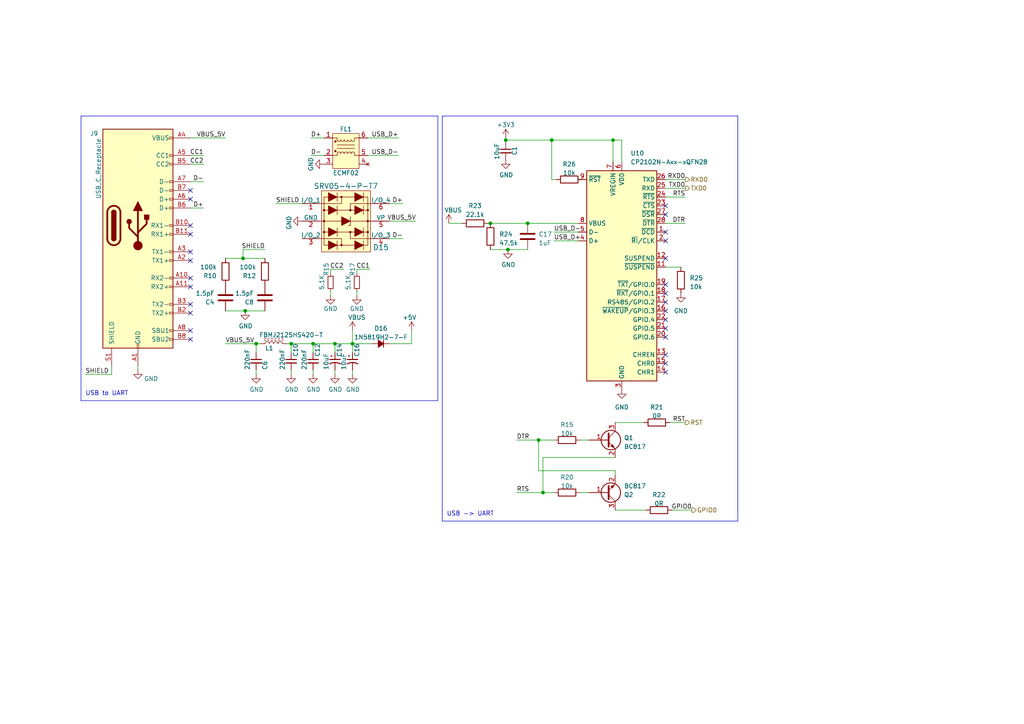
<source format=kicad_sch>
(kicad_sch (version 20230121) (generator eeschema)
  (paper "A4")
  (lib_symbols
    (symbol "Connector:USB_C_Receptacle" (pin_names (offset 1.016))
      (property "Reference" "J" (at -10.16 29.21 0))
      (property "Value" "USB_C_Receptacle" (at 10.16 29.21 0))
      (symbol "USB_C_Receptacle_0_0"
        (rectangle (start -0.254 -35.56) (end 0.254 -34.544))
        (rectangle (start 10.16 -32.766) (end 9.144 -33.274))
        (rectangle (start 10.16 -30.226) (end 9.144 -30.734))
        (rectangle (start 10.16 -25.146) (end 9.144 -25.654))
        (rectangle (start 10.16 -22.606) (end 9.144 -23.114))
        (rectangle (start 10.16 -17.526) (end 9.144 -18.034))
        (rectangle (start 10.16 -14.986) (end 9.144 -15.494))
        (rectangle (start 10.16 -9.906) (end 9.144 -10.414))
        (rectangle (start 10.16 -7.366) (end 9.144 -7.874))
        (rectangle (start 10.16 -2.286) (end 9.144 -2.794))
        (rectangle (start 10.16 0.254) (end 9.144 -0.254))
        (rectangle (start 10.16 5.334) (end 9.144 4.826))
        (rectangle (start 10.16 7.874) (end 9.144 7.366))
        (rectangle (start 10.16 10.414) (end 9.144 9.906))
        (rectangle (start 10.16 12.954) (end 9.144 12.446))
        (rectangle (start 10.16 18.034) (end 9.144 17.526))
        (rectangle (start 10.16 20.574) (end 9.144 20.066))
        (rectangle (start 10.16 25.654) (end 9.144 25.146))
      )
      (symbol "USB_C_Receptacle_0_1"
        (rectangle (start -10.16 27.94) (end 10.16 -35.56) (stroke (width 0.254)) (fill (type background)))
        (arc (start -8.89 -3.81) (mid -6.985 -5.7067) (end -5.08 -3.81) (stroke (width 0.508)))
        (arc (start -7.62 -3.81) (mid -6.985 -4.4423) (end -6.35 -3.81) (stroke (width 0.254)))
        (arc (start -7.62 -3.81) (mid -6.985 -4.4423) (end -6.35 -3.81) (stroke (width 0.254)) (fill (type outline)))
        (rectangle (start -7.62 -3.81) (end -6.35 3.81) (stroke (width 0.254)) (fill (type outline)))
        (arc (start -6.35 3.81) (mid -6.985 4.4423) (end -7.62 3.81) (stroke (width 0.254)))
        (arc (start -6.35 3.81) (mid -6.985 4.4423) (end -7.62 3.81) (stroke (width 0.254)) (fill (type outline)))
        (arc (start -5.08 3.81) (mid -6.985 5.7067) (end -8.89 3.81) (stroke (width 0.508)))
        (polyline (pts (xy -8.89 -3.81) (xy -8.89 3.81)) (stroke (width 0.508)))
        (polyline (pts (xy -5.08 3.81) (xy -5.08 -3.81)) (stroke (width 0.508)))
      )
      (symbol "USB_C_Receptacle_1_1"
        (circle (center -2.54 1.143) (radius 0.635) (stroke (width 0.254)) (fill (type outline)))
        (circle (center 0 -5.842) (radius 1.27) (fill (type outline)))
        (polyline (pts (xy 0 -5.842) (xy 0 4.318)) (stroke (width 0.508)))
        (polyline (pts (xy 0 -3.302) (xy -2.54 -0.762) (xy -2.54 0.508)) (stroke (width 0.508)))
        (polyline (pts (xy 0 -2.032) (xy 2.54 0.508) (xy 2.54 1.778)) (stroke (width 0.508)))
        (polyline (pts (xy -1.27 4.318) (xy 0 6.858) (xy 1.27 4.318) (xy -1.27 4.318)) (stroke (width 0.254)) (fill (type outline)))
        (rectangle (start 1.905 1.778) (end 3.175 3.048) (stroke (width 0.254)) (fill (type outline)))
        (pin passive line (at 0 -40.64 90) (length 5.08) (name "GND") (number "A1"))
        (pin bidirectional line (at 15.24 -15.24 180) (length 5.08) (name "RX2-") (number "A10"))
        (pin bidirectional line (at 15.24 -17.78 180) (length 5.08) (name "RX2+") (number "A11"))
        (pin passive line (at 0 -40.64 90) (length 5.08) hide (name "GND") (number "A12"))
        (pin bidirectional line (at 15.24 -10.16 180) (length 5.08) (name "TX1+") (number "A2"))
        (pin bidirectional line (at 15.24 -7.62 180) (length 5.08) (name "TX1-") (number "A3"))
        (pin passive line (at 15.24 25.4 180) (length 5.08) (name "VBUS") (number "A4"))
        (pin bidirectional line (at 15.24 20.32 180) (length 5.08) (name "CC1") (number "A5"))
        (pin bidirectional line (at 15.24 7.62 180) (length 5.08) (name "D+") (number "A6"))
        (pin bidirectional line (at 15.24 12.7 180) (length 5.08) (name "D-") (number "A7"))
        (pin bidirectional line (at 15.24 -30.48 180) (length 5.08) (name "SBU1") (number "A8"))
        (pin passive line (at 15.24 25.4 180) (length 5.08) hide (name "VBUS") (number "A9"))
        (pin passive line (at 0 -40.64 90) (length 5.08) hide (name "GND") (number "B1"))
        (pin bidirectional line (at 15.24 0 180) (length 5.08) (name "RX1-") (number "B10"))
        (pin bidirectional line (at 15.24 -2.54 180) (length 5.08) (name "RX1+") (number "B11"))
        (pin passive line (at 0 -40.64 90) (length 5.08) hide (name "GND") (number "B12"))
        (pin bidirectional line (at 15.24 -25.4 180) (length 5.08) (name "TX2+") (number "B2"))
        (pin bidirectional line (at 15.24 -22.86 180) (length 5.08) (name "TX2-") (number "B3"))
        (pin passive line (at 15.24 25.4 180) (length 5.08) hide (name "VBUS") (number "B4"))
        (pin bidirectional line (at 15.24 17.78 180) (length 5.08) (name "CC2") (number "B5"))
        (pin bidirectional line (at 15.24 5.08 180) (length 5.08) (name "D+") (number "B6"))
        (pin bidirectional line (at 15.24 10.16 180) (length 5.08) (name "D-") (number "B7"))
        (pin bidirectional line (at 15.24 -33.02 180) (length 5.08) (name "SBU2") (number "B8"))
        (pin passive line (at 15.24 25.4 180) (length 5.08) hide (name "VBUS") (number "B9"))
        (pin passive line (at -7.62 -40.64 90) (length 5.08) (name "SHIELD") (number "S1"))
      )
    )
    (symbol "Device:C" (pin_numbers hide) (pin_names (offset 0.254))
      (property "Reference" "C" (at 0.635 2.54 0))
      (property "Value" "C" (at 0.635 -2.54 0))
      (symbol "C_0_1"
        (polyline (pts (xy -2.032 -0.762) (xy 2.032 -0.762)) (stroke (width 0.508)))
        (polyline (pts (xy -2.032 0.762) (xy 2.032 0.762)) (stroke (width 0.508)))
      )
      (symbol "C_1_1"
        (pin passive line (at 0 3.81 270) (length 2.794) (name "~") (number "1"))
        (pin passive line (at 0 -3.81 90) (length 2.794) (name "~") (number "2"))
      )
    )
    (symbol "Device:C_Polarized_Small_US" (pin_numbers hide) (pin_names (offset 0.254) hide)
      (property "Reference" "C" (at 0.254 1.778 0))
      (property "Value" "C_Polarized_Small_US" (at 0.254 -2.032 0))
      (symbol "C_Polarized_Small_US_0_1"
        (polyline (pts (xy -1.524 0.508) (xy 1.524 0.508)) (stroke (width 0.3048)))
        (polyline (pts (xy -1.27 1.524) (xy -0.762 1.524)))
        (polyline (pts (xy -1.016 1.27) (xy -1.016 1.778)))
        (arc (start 1.524 -0.762) (mid 0 -0.3734) (end -1.524 -0.762) (stroke (width 0.3048)))
      )
      (symbol "C_Polarized_Small_US_1_1"
        (pin passive line (at 0 2.54 270) (length 2.032) (name "~") (number "1"))
        (pin passive line (at 0 -2.54 90) (length 2.032) (name "~") (number "2"))
      )
    )
    (symbol "Device:C_Small" (pin_numbers hide) (pin_names (offset 0.254) hide)
      (property "Reference" "C" (at 0.254 1.778 0))
      (property "Value" "C_Small" (at 0.254 -2.032 0))
      (symbol "C_Small_0_1"
        (polyline (pts (xy -1.524 -0.508) (xy 1.524 -0.508)) (stroke (width 0.3302)))
        (polyline (pts (xy -1.524 0.508) (xy 1.524 0.508)) (stroke (width 0.3048)))
      )
      (symbol "C_Small_1_1"
        (pin passive line (at 0 2.54 270) (length 2.032) (name "~") (number "1"))
        (pin passive line (at 0 -2.54 90) (length 2.032) (name "~") (number "2"))
      )
    )
    (symbol "Device:D_Small_Filled" (pin_numbers hide) (pin_names (offset 0.254) hide)
      (property "Reference" "D" (at -1.27 2.032 0))
      (property "Value" "D_Small_Filled" (at -3.81 -2.032 0))
      (symbol "D_Small_Filled_0_1"
        (polyline (pts (xy -0.762 -1.016) (xy -0.762 1.016)) (stroke (width 0.254)))
        (polyline (pts (xy -0.762 0) (xy 0.762 0)))
        (polyline (pts (xy 0.762 -1.016) (xy -0.762 0) (xy 0.762 1.016) (xy 0.762 -1.016)) (stroke (width 0.254)) (fill (type outline)))
      )
      (symbol "D_Small_Filled_1_1"
        (pin passive line (at -2.54 0 0) (length 1.778) (name "K") (number "1"))
        (pin passive line (at 2.54 0 180) (length 1.778) (name "A") (number "2"))
      )
    )
    (symbol "Device:L_Ferrite" (pin_numbers hide) (pin_names (offset 1.016) hide)
      (property "Reference" "L" (at -1.27 0 90))
      (property "Value" "L_Ferrite" (at 2.794 0 90))
      (symbol "L_Ferrite_0_1"
        (arc (start 0 -2.54) (mid 0.6323 -1.905) (end 0 -1.27))
        (arc (start 0 -1.27) (mid 0.6323 -0.635) (end 0 0))
        (polyline (pts (xy 1.016 -2.794) (xy 1.016 -2.286)))
        (polyline (pts (xy 1.016 -1.778) (xy 1.016 -1.27)))
        (polyline (pts (xy 1.016 -0.762) (xy 1.016 -0.254)))
        (polyline (pts (xy 1.016 0.254) (xy 1.016 0.762)))
        (polyline (pts (xy 1.016 1.27) (xy 1.016 1.778)))
        (polyline (pts (xy 1.016 2.286) (xy 1.016 2.794)))
        (polyline (pts (xy 1.524 -2.286) (xy 1.524 -2.794)))
        (polyline (pts (xy 1.524 -1.27) (xy 1.524 -1.778)))
        (polyline (pts (xy 1.524 -0.254) (xy 1.524 -0.762)))
        (polyline (pts (xy 1.524 0.762) (xy 1.524 0.254)))
        (polyline (pts (xy 1.524 1.778) (xy 1.524 1.27)))
        (polyline (pts (xy 1.524 2.794) (xy 1.524 2.286)))
        (arc (start 0 0) (mid 0.6323 0.635) (end 0 1.27))
        (arc (start 0 1.27) (mid 0.6323 1.905) (end 0 2.54))
      )
      (symbol "L_Ferrite_1_1"
        (pin passive line (at 0 3.81 270) (length 1.27) (name "1") (number "1"))
        (pin passive line (at 0 -3.81 90) (length 1.27) (name "2") (number "2"))
      )
    )
    (symbol "Device:R" (pin_numbers hide) (pin_names (offset 0))
      (property "Reference" "R" (at 2.032 0 90))
      (property "Value" "R" (at 0 0 90))
      (symbol "R_0_1"
        (rectangle (start -1.016 -2.54) (end 1.016 2.54) (stroke (width 0.254)))
      )
      (symbol "R_1_1"
        (pin passive line (at 0 3.81 270) (length 1.27) (name "~") (number "1"))
        (pin passive line (at 0 -3.81 90) (length 1.27) (name "~") (number "2"))
      )
    )
    (symbol "Device:R_Small" (pin_numbers hide) (pin_names (offset 0.254) hide)
      (property "Reference" "R" (at 0.762 0.508 0))
      (property "Value" "R_Small" (at 0.762 -1.016 0))
      (symbol "R_Small_0_1"
        (rectangle (start -0.762 1.778) (end 0.762 -1.778) (stroke (width 0.2032)))
      )
      (symbol "R_Small_1_1"
        (pin passive line (at 0 2.54 270) (length 0.762) (name "~") (number "1"))
        (pin passive line (at 0 -2.54 90) (length 0.762) (name "~") (number "2"))
      )
    )
    (symbol "GND_1" (power) (pin_names (offset 0))
      (property "Value" "GND_1" (at 0 -3.81 0))
      (symbol "GND_1_0_1"
        (polyline (pts (xy 0 0) (xy 0 -1.27) (xy 1.27 -1.27) (xy 0 -2.54) (xy -1.27 -1.27) (xy 0 -1.27)))
      )
      (symbol "GND_1_1_1"
        (pin power_in line (at 0 0 270) (length 0) hide (name "GND") (number "1"))
      )
    )
    (symbol "Industronic_v_0.1-rescue:+3V3-power" (power) (pin_names (offset 0))
      (property "Value" "+3V3-power" (at 0 3.556 0))
      (symbol "+3V3-power_0_1"
        (polyline (pts (xy -0.762 1.27) (xy 0 2.54)))
        (polyline (pts (xy 0 0) (xy 0 2.54)))
        (polyline (pts (xy 0 2.54) (xy 0.762 1.27)))
      )
      (symbol "+3V3-power_1_1"
        (pin power_in line (at 0 0 90) (length 0) hide (name "+3V3") (number "1"))
      )
    )
    (symbol "Industronic_v_0.1-rescue:C_Small-Device" (pin_numbers hide) (pin_names (offset 0.254) hide)
      (property "Reference" "C" (at 0.254 1.778 0))
      (property "Value" "C_Small-Device" (at 0.254 -2.032 0))
      (symbol "C_Small-Device_0_1"
        (polyline (pts (xy -1.524 -0.508) (xy 1.524 -0.508)) (stroke (width 0.3302)))
        (polyline (pts (xy -1.524 0.508) (xy 1.524 0.508)) (stroke (width 0.3048)))
      )
      (symbol "C_Small-Device_1_1"
        (pin passive line (at 0 2.54 270) (length 2.032) (name "~") (number "1"))
        (pin passive line (at 0 -2.54 90) (length 2.032) (name "~") (number "2"))
      )
    )
    (symbol "Interface_USB:CP2102N-Axx-xQFN28"
      (property "Reference" "U" (at -8.89 31.75 0))
      (property "Value" "CP2102N-Axx-xQFN28" (at 12.7 31.75 0))
      (symbol "CP2102N-Axx-xQFN28_0_1"
        (rectangle (start -10.16 30.48) (end 10.16 -30.48) (stroke (width 0.254)) (fill (type background)))
      )
      (symbol "CP2102N-Axx-xQFN28_1_1"
        (pin input line (at 12.7 12.7 180) (length 2.54) (name "~{DCD}") (number "1"))
        (pin no_connect line (at -10.16 -27.94 0) (length 2.54) hide (name "NC") (number "10"))
        (pin output line (at 12.7 2.54 180) (length 2.54) (name "~{SUSPEND}") (number "11"))
        (pin output line (at 12.7 5.08 180) (length 2.54) (name "SUSPEND") (number "12"))
        (pin output line (at 12.7 -22.86 180) (length 2.54) (name "CHREN") (number "13"))
        (pin output line (at 12.7 -27.94 180) (length 2.54) (name "CHR1") (number "14"))
        (pin output line (at 12.7 -25.4 180) (length 2.54) (name "CHR0") (number "15"))
        (pin bidirectional line (at 12.7 -10.16 180) (length 2.54) (name "~{WAKEUP}/GPIO.3") (number "16"))
        (pin bidirectional line (at 12.7 -7.62 180) (length 2.54) (name "RS485/GPIO.2") (number "17"))
        (pin bidirectional line (at 12.7 -5.08 180) (length 2.54) (name "~{RXT}/GPIO.1") (number "18"))
        (pin bidirectional line (at 12.7 -2.54 180) (length 2.54) (name "~{TXT}/GPIO.0") (number "19"))
        (pin bidirectional line (at 12.7 10.16 180) (length 2.54) (name "~{RI}/CLK") (number "2"))
        (pin bidirectional line (at 12.7 -17.78 180) (length 2.54) (name "GPIO.6") (number "20"))
        (pin bidirectional line (at 12.7 -15.24 180) (length 2.54) (name "GPIO.5") (number "21"))
        (pin bidirectional line (at 12.7 -12.7 180) (length 2.54) (name "GPIO.4") (number "22"))
        (pin input line (at 12.7 20.32 180) (length 2.54) (name "~{CTS}") (number "23"))
        (pin output line (at 12.7 22.86 180) (length 2.54) (name "~{RTS}") (number "24"))
        (pin input line (at 12.7 25.4 180) (length 2.54) (name "RXD") (number "25"))
        (pin output line (at 12.7 27.94 180) (length 2.54) (name "TXD") (number "26"))
        (pin input line (at 12.7 17.78 180) (length 2.54) (name "~{DSR}") (number "27"))
        (pin output line (at 12.7 15.24 180) (length 2.54) (name "~{DTR}") (number "28"))
        (pin passive line (at 0 -33.02 90) (length 2.54) hide (name "GND") (number "29"))
        (pin power_in line (at 0 -33.02 90) (length 2.54) (name "GND") (number "3"))
        (pin bidirectional line (at -12.7 10.16 0) (length 2.54) (name "D+") (number "4"))
        (pin bidirectional line (at -12.7 12.7 0) (length 2.54) (name "D-") (number "5"))
        (pin power_in line (at 0 33.02 270) (length 2.54) (name "VDD") (number "6"))
        (pin power_in line (at -2.54 33.02 270) (length 2.54) (name "VREGIN") (number "7"))
        (pin input line (at -12.7 15.24 0) (length 2.54) (name "VBUS") (number "8"))
        (pin input line (at -12.7 27.94 0) (length 2.54) (name "~{RST}") (number "9"))
      )
    )
    (symbol "Transistor_BJT:BC817" (pin_names (offset 0) hide)
      (property "Reference" "Q" (at 5.08 1.905 0))
      (property "Value" "BC817" (at 5.08 0 0))
      (symbol "BC817_0_1"
        (polyline (pts (xy 0.635 0.635) (xy 2.54 2.54)))
        (polyline (pts (xy 0.635 -0.635) (xy 2.54 -2.54) (xy 2.54 -2.54)))
        (polyline (pts (xy 0.635 1.905) (xy 0.635 -1.905) (xy 0.635 -1.905)) (stroke (width 0.508)))
        (polyline (pts (xy 1.27 -1.778) (xy 1.778 -1.27) (xy 2.286 -2.286) (xy 1.27 -1.778) (xy 1.27 -1.778)) (fill (type outline)))
        (circle (center 1.27 0) (radius 2.8194) (stroke (width 0.254)))
      )
      (symbol "BC817_1_1"
        (pin input line (at -5.08 0 0) (length 5.715) (name "B") (number "1"))
        (pin passive line (at 2.54 -5.08 90) (length 2.54) (name "E") (number "2"))
        (pin passive line (at 2.54 5.08 270) (length 2.54) (name "C") (number "3"))
      )
    )
    (symbol "dk_TVS-Diodes:IP4220CZ6_125" (pin_names (offset 0))
      (property "Reference" "D" (at -7.0612 7.4676 0))
      (property "Value" "IP4220CZ6_125" (at 0.0508 -12.954 0))
      (symbol "IP4220CZ6_125_0_1"
        (rectangle (start -7.0612 6.2484) (end 7.1628 -11.4808) (fill (type background)))
        (circle (center -6.35 -5.715) (radius 0.254) (fill (type outline)))
        (circle (center -6.35 -2.54) (radius 0.254) (fill (type outline)))
        (circle (center -6.35 0.635) (radius 0.254) (fill (type outline)))
        (circle (center -1.27 -9.525) (radius 0.254) (fill (type outline)))
        (circle (center -1.27 4.445) (radius 0.254) (fill (type outline)))
        (polyline (pts (xy -6.35 -9.525) (xy -6.35 4.445)))
        (polyline (pts (xy -6.35 -9.525) (xy 6.35 -9.525)))
        (polyline (pts (xy -6.35 0.635) (xy 6.35 0.635)))
        (polyline (pts (xy -6.35 4.445) (xy 6.35 4.445)))
        (polyline (pts (xy -2.54 -8.255) (xy -2.54 -10.795)))
        (polyline (pts (xy -2.54 -4.445) (xy -2.54 -6.985)))
        (polyline (pts (xy -2.54 1.905) (xy -2.54 -0.635)))
        (polyline (pts (xy -2.54 5.715) (xy -2.54 3.175)))
        (polyline (pts (xy -1.27 -8.89) (xy -1.27 -9.525)))
        (polyline (pts (xy -1.27 -2.54) (xy -7.62 -2.54)))
        (polyline (pts (xy -1.27 -2.54) (xy 1.27 -2.54)))
        (polyline (pts (xy -1.27 3.81) (xy -1.27 4.445)))
        (polyline (pts (xy 1.27 -5.715) (xy 1.27 -6.35)))
        (polyline (pts (xy 1.27 -3.81) (xy 0.635 -3.81)))
        (polyline (pts (xy 1.27 -2.54) (xy 7.62 -2.54)))
        (polyline (pts (xy 1.27 -1.27) (xy 1.27 -3.81)))
        (polyline (pts (xy 1.27 0.635) (xy 1.27 1.27)))
        (polyline (pts (xy 5.08 -8.255) (xy 5.08 -10.795)))
        (polyline (pts (xy 5.08 -4.445) (xy 5.08 -6.985)))
        (polyline (pts (xy 5.08 1.905) (xy 5.08 -0.635)))
        (polyline (pts (xy 5.08 5.715) (xy 5.08 3.175)))
        (polyline (pts (xy 6.35 -5.715) (xy -6.35 -5.715)))
        (polyline (pts (xy 6.35 4.445) (xy 6.35 -9.525)))
        (polyline (pts (xy -1.27 -8.89) (xy -1.27 -7.62) (xy -7.62 -7.62)))
        (polyline (pts (xy -1.27 3.81) (xy -1.27 2.54) (xy -7.62 2.54)))
        (polyline (pts (xy 1.27 1.27) (xy 1.27 2.54) (xy 7.62 2.54)))
        (polyline (pts (xy 7.62 -7.62) (xy 1.27 -7.62) (xy 1.27 -6.35)))
        (polyline (pts (xy -5.08 -8.255) (xy -5.08 -10.795) (xy -2.54 -9.525) (xy -5.08 -8.255)) (fill (type outline)))
        (polyline (pts (xy -5.08 -4.445) (xy -5.08 -6.985) (xy -2.54 -5.715) (xy -5.08 -4.445)) (fill (type outline)))
        (polyline (pts (xy -5.08 1.905) (xy -5.08 -0.635) (xy -2.54 0.635) (xy -5.08 1.905)) (fill (type outline)))
        (polyline (pts (xy -5.08 5.715) (xy -5.08 3.175) (xy -2.54 4.445) (xy -5.08 5.715)) (fill (type outline)))
        (polyline (pts (xy -1.27 -1.27) (xy -1.27 -3.81) (xy 1.27 -2.54) (xy -1.27 -1.27)) (fill (type outline)))
        (polyline (pts (xy 2.54 -8.255) (xy 2.54 -10.795) (xy 5.08 -9.525) (xy 2.54 -8.255)) (fill (type outline)))
        (polyline (pts (xy 2.54 1.905) (xy 2.54 -0.635) (xy 5.08 0.635) (xy 2.54 1.905)) (fill (type outline)))
        (polyline (pts (xy 5.08 -5.715) (xy 2.54 -4.445) (xy 2.54 -6.985) (xy 5.08 -5.715)) (fill (type outline)))
        (polyline (pts (xy 5.08 4.445) (xy 2.54 5.715) (xy 2.54 3.175) (xy 5.08 4.445)) (fill (type outline)))
        (circle (center 1.27 -5.715) (radius 0.254) (fill (type outline)))
        (circle (center 1.27 0.635) (radius 0.254) (fill (type outline)))
        (circle (center 6.35 -5.715) (radius 0.254) (fill (type outline)))
        (circle (center 6.35 -2.54) (radius 0.254) (fill (type outline)))
        (circle (center 6.35 0.635) (radius 0.254) (fill (type outline)))
      )
      (symbol "IP4220CZ6_125_1_1"
        (pin passive line (at -12.7 2.54 0) (length 5.08) (name "I/O_1") (number "1"))
        (pin power_in line (at -12.7 -2.54 0) (length 5.08) (name "GND") (number "2"))
        (pin passive line (at -12.7 -7.62 0) (length 5.08) (name "I/O_2") (number "3"))
        (pin passive line (at 12.7 -7.62 180) (length 5.08) (name "I/O_3") (number "4"))
        (pin power_in line (at 12.7 -2.54 180) (length 5.08) (name "VP") (number "5"))
        (pin passive line (at 12.7 2.54 180) (length 5.08) (name "I/O_4") (number "6"))
      )
    )
    (symbol "esteban2:ECMF02" (pin_names (offset 0.254) hide)
      (property "Reference" "FL?" (at -0.381 7.62 0))
      (property "Value" "ECMF02" (at -0.381 5.08 0))
      (symbol "ECMF02_0_1"
        (rectangle (start -3.81 3.81) (end 3.81 -6.35) (fill (type background)))
        (circle (center -3.048 -1.27) (radius 0.254) (fill (type outline)))
        (circle (center -3.048 1.524) (radius 0.254) (fill (type outline)))
        (arc (start -2.54 2.032) (mid -2.032 1.5262) (end -1.524 2.032))
        (arc (start -1.524 -2.032) (mid -2.032 -1.5262) (end -2.54 -2.032))
        (arc (start -1.524 2.032) (mid -1.016 1.5262) (end -0.508 2.032))
        (arc (start -0.508 -2.032) (mid -1.016 -1.5262) (end -1.524 -2.032))
        (arc (start -0.508 2.032) (mid 0 1.5262) (end 0.508 2.032))
        (polyline (pts (xy -2.54 -2.54) (xy -3.81 -2.54)))
        (polyline (pts (xy -2.54 -2.032) (xy -2.54 -2.54)))
        (polyline (pts (xy -2.54 0.508) (xy 2.54 0.508)))
        (polyline (pts (xy -2.54 2.032) (xy -2.54 2.54)))
        (polyline (pts (xy -2.54 2.54) (xy -3.81 2.54)))
        (polyline (pts (xy 2.54 -2.032) (xy 2.54 -2.54)))
        (polyline (pts (xy 2.54 -0.508) (xy -2.54 -0.508)))
        (polyline (pts (xy 2.54 2.54) (xy 2.54 2.032)))
        (polyline (pts (xy 3.81 -2.54) (xy 2.54 -2.54)))
        (polyline (pts (xy 3.81 2.54) (xy 2.54 2.54)))
        (arc (start 0.508 -2.032) (mid 0 -1.5262) (end -0.508 -2.032))
        (arc (start 0.508 2.032) (mid 1.016 1.5262) (end 1.524 2.032))
        (arc (start 1.524 -2.032) (mid 1.016 -1.5262) (end 0.508 -2.032))
        (arc (start 1.524 2.032) (mid 2.032 1.5262) (end 2.54 2.032))
        (arc (start 2.54 -2.032) (mid 2.032 -1.5262) (end 1.524 -2.032))
      )
      (symbol "ECMF02_1_1"
        (pin passive line (at -6.35 2.54 0) (length 2.54) (name "D+") (number "1"))
        (pin passive line (at -6.35 -2.54 0) (length 2.54) (name "D-") (number "2"))
        (pin power_in line (at -6.35 -5.08 0) (length 2.54) (name "GND") (number "3"))
        (pin no_connect line (at 6.35 -5.08 180) (length 2.54) (name "NC") (number "4"))
        (pin passive line (at 6.35 -2.54 180) (length 2.54) (name "D-") (number "5"))
        (pin passive line (at 6.35 2.54 180) (length 2.54) (name "D+") (number "6"))
      )
    )
    (symbol "power:+5V" (power) (pin_names (offset 0))
      (property "Value" "+5V" (at 0 3.556 0))
      (symbol "+5V_0_1"
        (polyline (pts (xy -0.762 1.27) (xy 0 2.54)))
        (polyline (pts (xy 0 0) (xy 0 2.54)))
        (polyline (pts (xy 0 2.54) (xy 0.762 1.27)))
      )
      (symbol "+5V_1_1"
        (pin power_in line (at 0 0 90) (length 0) hide (name "+5V") (number "1"))
      )
    )
    (symbol "power:GND" (power) (pin_names (offset 0))
      (property "Value" "GND" (at 0 -3.81 0))
      (symbol "GND_0_1"
        (polyline (pts (xy 0 0) (xy 0 -1.27) (xy 1.27 -1.27) (xy 0 -2.54) (xy -1.27 -1.27) (xy 0 -1.27)))
      )
      (symbol "GND_1_1"
        (pin power_in line (at 0 0 270) (length 0) hide (name "GND") (number "1"))
      )
    )
    (symbol "power:VBUS" (power) (pin_names (offset 0))
      (property "Value" "VBUS" (at 0 3.81 0))
      (symbol "VBUS_0_1"
        (polyline (pts (xy -0.762 1.27) (xy 0 2.54)))
        (polyline (pts (xy 0 0) (xy 0 2.54)))
        (polyline (pts (xy 0 2.54) (xy 0.762 1.27)))
      )
      (symbol "VBUS_1_1"
        (pin power_in line (at 0 0 90) (length 0) hide (name "VBUS") (number "1"))
      )
    )
  )
  (junction (at 160.02 40.64))
  (junction (at 71.12 90.17))
  (junction (at 146.685 40.64))
  (junction (at 90.805 99.695))
  (junction (at 102.235 99.695))
  (junction (at 84.455 99.695))
  (junction (at 157.48 142.875))
  (junction (at 177.8 40.64))
  (junction (at 156.21 127.635))
  (junction (at 153.035 64.77))
  (junction (at 97.155 99.695))
  (junction (at 142.24 64.77))
  (junction (at 147.32 72.39))
  (junction (at 74.295 99.695))
  (junction (at 70.485 74.93))
  (no_connect (at 193.04 92.71))
  (no_connect (at 193.04 67.31))
  (no_connect (at 193.04 102.87))
  (no_connect (at 55.245 55.245))
  (no_connect (at 55.245 57.785))
  (no_connect (at 193.04 74.93))
  (no_connect (at 55.245 65.405))
  (no_connect (at 193.04 95.25))
  (no_connect (at 193.04 107.95))
  (no_connect (at 55.245 83.185))
  (no_connect (at 193.04 105.41))
  (no_connect (at 193.04 97.79))
  (no_connect (at 55.245 80.645))
  (no_connect (at 193.04 90.17))
  (no_connect (at 55.245 90.805))
  (no_connect (at 193.04 69.85))
  (no_connect (at 55.245 73.025))
  (no_connect (at 193.04 85.09))
  (no_connect (at 55.245 95.885))
  (no_connect (at 55.245 98.425))
  (no_connect (at 55.245 88.265))
  (no_connect (at 193.04 59.69))
  (no_connect (at 193.04 62.23))
  (no_connect (at 55.245 67.945))
  (no_connect (at 193.04 87.63))
  (no_connect (at 55.245 75.565))
  (no_connect (at 193.04 82.55))
  (wire (pts (xy 180.34 40.64) (xy 180.34 46.99)))
  (wire (pts (xy 90.17 45.085) (xy 93.98 45.085)))
  (wire (pts (xy 187.325 147.955) (xy 178.435 147.955)))
  (wire (pts (xy 147.32 72.39) (xy 153.035 72.39)))
  (wire (pts (xy 156.21 127.635) (xy 160.655 127.635)))
  (wire (pts (xy 84.455 99.695) (xy 84.455 102.235)))
  (wire (pts (xy 178.435 136.525) (xy 156.21 136.525)))
  (wire (pts (xy 103.505 84.455) (xy 103.505 85.725)))
  (polyline (pts (xy 127 33.655) (xy 127 116.205)))
  (wire (pts (xy 149.86 127.635) (xy 156.21 127.635)))
  (polyline (pts (xy 23.495 116.205) (xy 23.495 33.655)))
  (wire (pts (xy 90.805 99.695) (xy 90.805 102.235)))
  (wire (pts (xy 200.66 147.955) (xy 194.945 147.955)))
  (wire (pts (xy 55.245 52.705) (xy 59.055 52.705)))
  (wire (pts (xy 74.295 99.695) (xy 74.295 102.235)))
  (wire (pts (xy 146.685 41.275) (xy 146.685 40.64)))
  (wire (pts (xy 74.295 108.585) (xy 74.295 107.315)))
  (wire (pts (xy 90.17 40.005) (xy 93.98 40.005)))
  (wire (pts (xy 107.95 99.695) (xy 102.235 99.695)))
  (wire (pts (xy 160.02 40.64) (xy 160.02 52.07)))
  (wire (pts (xy 55.245 60.325) (xy 59.055 60.325)))
  (polyline (pts (xy 128.27 33.655) (xy 213.995 33.655)))
  (wire (pts (xy 146.685 40.64) (xy 160.02 40.64)))
  (wire (pts (xy 153.035 64.77) (xy 167.64 64.77)))
  (wire (pts (xy 97.155 99.695) (xy 102.235 99.695)))
  (wire (pts (xy 70.485 74.93) (xy 76.835 74.93)))
  (wire (pts (xy 106.68 45.085) (xy 115.57 45.085)))
  (wire (pts (xy 80.01 59.055) (xy 87.63 59.055)))
  (wire (pts (xy 160.02 40.64) (xy 177.8 40.64)))
  (wire (pts (xy 193.04 57.15) (xy 198.755 57.15)))
  (wire (pts (xy 198.755 64.77) (xy 193.04 64.77)))
  (wire (pts (xy 59.055 45.085) (xy 55.245 45.085)))
  (wire (pts (xy 32.385 106.045) (xy 32.385 108.585)))
  (wire (pts (xy 161.29 52.07) (xy 160.02 52.07)))
  (wire (pts (xy 157.48 132.715) (xy 178.435 132.715)))
  (polyline (pts (xy 213.995 151.13) (xy 128.27 151.13)))
  (wire (pts (xy 146.685 40.005) (xy 146.685 40.64)))
  (wire (pts (xy 106.68 40.005) (xy 115.57 40.005)))
  (wire (pts (xy 197.485 77.47) (xy 193.04 77.47)))
  (wire (pts (xy 102.235 108.585) (xy 102.235 107.315)))
  (wire (pts (xy 157.48 132.715) (xy 157.48 142.875)))
  (wire (pts (xy 194.31 122.555) (xy 198.755 122.555)))
  (wire (pts (xy 167.64 52.07) (xy 168.91 52.07)))
  (wire (pts (xy 102.235 95.885) (xy 102.235 99.695)))
  (wire (pts (xy 141.605 64.77) (xy 142.24 64.77)))
  (wire (pts (xy 71.12 90.17) (xy 76.835 90.17)))
  (wire (pts (xy 149.86 142.875) (xy 157.48 142.875)))
  (wire (pts (xy 198.755 54.61) (xy 193.04 54.61)))
  (wire (pts (xy 97.155 99.695) (xy 97.155 102.235)))
  (wire (pts (xy 95.885 84.455) (xy 95.885 85.725)))
  (polyline (pts (xy 23.495 33.655) (xy 127 33.655)))
  (wire (pts (xy 40.005 106.045) (xy 40.005 107.315)))
  (wire (pts (xy 156.21 136.525) (xy 156.21 127.635)))
  (polyline (pts (xy 213.995 33.655) (xy 213.995 151.13)))
  (wire (pts (xy 74.295 99.695) (xy 75.565 99.695)))
  (wire (pts (xy 142.24 64.77) (xy 153.035 64.77)))
  (wire (pts (xy 90.805 99.695) (xy 97.155 99.695)))
  (wire (pts (xy 157.48 142.875) (xy 160.655 142.875)))
  (wire (pts (xy 24.765 108.585) (xy 32.385 108.585)))
  (wire (pts (xy 178.435 122.555) (xy 186.69 122.555)))
  (wire (pts (xy 103.505 78.105) (xy 107.315 78.105)))
  (wire (pts (xy 167.64 67.31) (xy 160.655 67.31)))
  (wire (pts (xy 55.245 40.005) (xy 65.405 40.005)))
  (wire (pts (xy 113.03 64.135) (xy 120.65 64.135)))
  (wire (pts (xy 65.405 74.93) (xy 70.485 74.93)))
  (wire (pts (xy 177.8 40.64) (xy 177.8 46.99)))
  (wire (pts (xy 84.455 99.695) (xy 90.805 99.695)))
  (wire (pts (xy 142.24 72.39) (xy 147.32 72.39)))
  (wire (pts (xy 103.505 78.105) (xy 103.505 79.375)))
  (wire (pts (xy 97.155 108.585) (xy 97.155 107.315)))
  (polyline (pts (xy 128.27 151.13) (xy 128.27 33.655)))
  (wire (pts (xy 90.805 108.585) (xy 90.805 107.315)))
  (wire (pts (xy 178.435 137.795) (xy 178.435 136.525)))
  (wire (pts (xy 70.485 72.39) (xy 70.485 74.93)))
  (wire (pts (xy 168.275 127.635) (xy 170.815 127.635)))
  (polyline (pts (xy 127 116.205) (xy 23.495 116.205)))
  (wire (pts (xy 95.885 78.105) (xy 99.695 78.105)))
  (wire (pts (xy 177.8 40.64) (xy 180.34 40.64)))
  (wire (pts (xy 119.38 95.885) (xy 119.38 99.695)))
  (wire (pts (xy 198.755 52.07) (xy 193.04 52.07)))
  (wire (pts (xy 83.185 99.695) (xy 84.455 99.695)))
  (wire (pts (xy 168.275 142.875) (xy 170.815 142.875)))
  (wire (pts (xy 102.235 99.695) (xy 102.235 102.235)))
  (wire (pts (xy 167.64 69.85) (xy 160.655 69.85)))
  (wire (pts (xy 59.055 47.625) (xy 55.245 47.625)))
  (wire (pts (xy 113.03 69.215) (xy 116.84 69.215)))
  (wire (pts (xy 84.455 108.585) (xy 84.455 107.315)))
  (wire (pts (xy 119.38 99.695) (xy 113.03 99.695)))
  (wire (pts (xy 130.175 64.77) (xy 133.985 64.77)))
  (wire (pts (xy 76.835 72.39) (xy 70.485 72.39)))
  (wire (pts (xy 65.405 90.17) (xy 71.12 90.17)))
  (wire (pts (xy 65.405 99.695) (xy 74.295 99.695)))
  (wire (pts (xy 95.885 78.105) (xy 95.885 79.375)))
  (wire (pts (xy 113.03 59.055) (xy 116.84 59.055)))
  (text "USB to UART" (at 24.765 114.935 0) (effects (font (size 1.27 1.27)) (justify left bottom)))
  (text "USB -> UART" (at 129.54 149.86 0) (effects (font (size 1.27 1.27)) (justify left bottom)))
  (label "USB_D-" (at 115.57 45.085 180))
  (label "SHIELD" (at 76.835 72.39 180))
  (label "D-" (at 116.84 69.215 180))
  (label "TXD0" (at 198.755 54.61 180))
  (label "VBUS_5V" (at 65.405 99.695 0))
  (label "RST" (at 198.755 122.555 180))
  (label "DTR" (at 198.755 64.77 180))
  (label "CC2" (at 59.055 47.625 180))
  (label "CC1" (at 59.055 45.085 180))
  (label "RTS" (at 149.86 142.875 0))
  (label "DTR" (at 149.86 127.635 0))
  (label "USB_D+" (at 115.57 40.005 180))
  (label "VBUS_5V" (at 120.65 64.135 180))
  (label "RTS" (at 198.755 57.15 180))
  (label "CC1" (at 107.315 78.105 180))
  (label "D-" (at 90.17 45.085 0))
  (label "USB_D-" (at 160.655 67.31 0))
  (label "USB_D+" (at 160.655 69.85 0))
  (label "RXD0" (at 198.755 52.07 180))
  (label "SHIELD" (at 24.765 108.585 0))
  (label "D+" (at 90.17 40.005 0))
  (label "GPIO0" (at 200.66 147.955 180))
  (label "SHIELD" (at 80.01 59.055 0))
  (label "D-" (at 59.055 52.705 180))
  (label "D+" (at 116.84 59.055 180))
  (label "CC2" (at 99.695 78.105 180))
  (label "D+" (at 59.055 60.325 180))
  (label "VBUS_5V" (at 65.405 40.005 180))
  (hierarchical_label "RXD0" (shape output) (at 198.755 52.07 0))
  (hierarchical_label "TXD0" (shape output) (at 198.755 54.61 0))
  (hierarchical_label "GPIO0" (shape output) (at 200.66 147.955 0))
  (hierarchical_label "RST" (shape output) (at 198.755 122.555 0))
  (symbol (lib_id "Device:R_Small") (at 103.505 81.915 0) (unit 1)
    (property "Reference" "R17" (at 102.235 78.105 90))
    (property "Value" "5.1K" (at 100.965 81.915 90))
    (property "Footprint" "Resistor_SMD:R_0402_1005Metric" (effects hide))
    (property "Digi-Key_PN" "P5.10KLDKR-ND" (effects hide))
    (property "MPN" "ERJ-2RKF5101X" (effects hide))
    (property "Manufacturer" "Panasonic Electronic Components" (effects hide))
    (property "LCSC-PN" "C25905" (effects hide))
    (instances (project "Controlador-Compressor" (path "" (reference "R17") (unit 1)) (path "" (reference "R17") (unit 1)) (path "" (reference "R17") (unit 1))) (project "EPS simplified" (path "" (reference "R67") (unit 1))))
  )
  (symbol (lib_id "Device:R") (at 65.405 78.74 180) (unit 1)
    (property "Reference" "R10" (at 62.865 80.0101 0) (effects (justify left)))
    (property "Value" "100k" (at 62.865 77.4701 0) (effects (justify left)))
    (property "Footprint" "Resistor_SMD:R_0402_1005Metric" (effects hide))
    (property "LCSC-PN" "C25741" (effects hide))
    (property "Digi-Key_PN" "RMCF0402FT100KDKR-ND" (effects hide))
    (property "MPN" "RMCF0402FT100K" (effects hide))
    (property "Manufacturer" "Stackpole Electronics Inc" (effects hide))
    (instances (project "Controlador-Compressor" (path "" (reference "R10") (unit 1)) (path "" (reference "R10") (unit 1)) (path "" (reference "R10") (unit 1))) (project "EPS simplified" (path "" (reference "R77") (unit 1))))
  )
  (symbol (lib_id "Device:C_Polarized_Small_US") (at 97.155 104.775 0) (unit 1)
    (property "Reference" "C14" (at 98.425 103.505 90) (effects (justify left)))
    (property "Value" "10uF" (at 94.615 107.315 90) (effects (justify left)))
    (property "Footprint" "Capacitor_SMD:C_0603_1608Metric" (effects hide))
    (property "Digi-Key_PN" "490-12323-6-ND" (effects hide))
    (property "MPN" "GRT188R61E106ME13D" (effects hide))
    (property "Manufacturer" "Murata Electronics" (effects hide))
    (property "LCSC-PN" "C697423" (effects hide))
    (instances (project "Controlador-Compressor" (path "" (reference "C14") (unit 1)) (path "" (reference "C14") (unit 1)) (path "" (reference "C14") (unit 1))) (project "EPS simplified" (path "" (reference "C170") (unit 1))))
  )
  (symbol (lib_id "Device:R") (at 76.835 78.74 180) (unit 1)
    (property "Reference" "R12" (at 74.295 80.0101 0) (effects (justify left)))
    (property "Value" "100k" (at 74.295 77.4701 0) (effects (justify left)))
    (property "Footprint" "Resistor_SMD:R_0402_1005Metric" (effects hide))
    (property "LCSC-PN" "C25741" (effects hide))
    (property "Digi-Key_PN" "RMCF0402FT100KDKR-ND" (effects hide))
    (property "MPN" "RMCF0402FT100K" (effects hide))
    (property "Manufacturer" "Stackpole Electronics Inc" (effects hide))
    (instances (project "Controlador-Compressor" (path "" (reference "R12") (unit 1)) (path "" (reference "R12") (unit 1)) (path "" (reference "R12") (unit 1))) (project "EPS simplified" (path "" (reference "R79") (unit 1))))
  )
  (symbol (lib_id "Device:R") (at 197.485 81.28 0) (unit 1)
    (property "Reference" "R25" (at 200.025 80.645 0) (effects (justify left)))
    (property "Value" "10k" (at 200.025 83.185 0) (effects (justify left)))
  )
  (symbol (lib_id "Interface_USB:CP2102N-Axx-xQFN28") (at 180.34 80.01 0) (unit 1)
    (property "Reference" "U10" (at 182.88 44.45 0) (effects (justify left)))
    (property "Value" "CP2102N-Axx-xQFN28" (at 182.88 46.99 0) (effects (justify left)))
    (property "Footprint" "Package_DFN_QFN:QFN-28-1EP_5x5mm_P0.5mm_EP3.35x3.35mm" (effects hide))
    (property "Datasheet" "https://www.silabs.com/documents/public/data-sheets/cp2102n-datasheet.pdf" (effects hide))
    (instances (project "Controlador-Compressor" (path "" (reference "U10") (unit 1)) (path "" (reference "U1") (unit 1)) (path "" (reference "U1") (unit 1))))
  )
  (symbol (lib_id "Transistor_BJT:BC817") (at 175.895 127.635 0) (unit 1)
    (property "Reference" "Q1" (at 180.975 127 0) (effects (justify left)))
    (property "Value" "BC817" (at 180.975 129.54 0) (effects (justify left)))
    (property "Footprint" "Package_TO_SOT_SMD:SOT-23" (effects hide))
    (property "Datasheet" "https://www.onsemi.com/pub/Collateral/BC818-D.pdf" (effects hide))
  )
  (symbol (lib_id "power:GND") (at 146.685 46.355 0) (unit 1)
    (property "Reference" "#PWR065" (effects hide))
    (property "Value" "GND" (at 146.812 50.7492 0))
    (instances (project "Controlador-Compressor" (path "" (reference "#PWR065") (unit 1)) (path "" (reference "#PWR068") (unit 1)) (path "" (reference "#PWR068") (unit 1))) (project "EPS simplified" (path "" (reference "#PWR0371") (unit 1))))
  )
  (symbol (lib_id "power:GND") (at 103.505 85.725 0) (unit 1)
    (property "Reference" "#PWR063" (effects hide))
    (property "Value" "GND" (at 103.505 89.535 0))
    (instances (project "Controlador-Compressor" (path "" (reference "#PWR063") (unit 1)) (path "" (reference "#PWR063") (unit 1)) (path "" (reference "#PWR063") (unit 1))) (project "EPS simplified" (path "" (reference "#PWR0440") (unit 1))))
  )
  (symbol (lib_id "Device:C") (at 153.035 68.58 0) (unit 1)
    (property "Reference" "C17" (at 156.21 67.945 0) (effects (justify left)))
    (property "Value" "1uF" (at 156.21 70.485 0) (effects (justify left)))
    (instances (project "Controlador-Compressor" (path "" (reference "C17") (unit 1)) (path "" (reference "C19") (unit 1)) (path "" (reference "C19") (unit 1))))
  )
  (symbol (lib_id "power:GND") (at 102.235 108.585 0) (unit 1)
    (property "Reference" "#PWR059" (effects hide))
    (property "Value" "GND" (at 102.362 112.9792 0))
    (instances (project "Controlador-Compressor" (path "" (reference "#PWR059") (unit 1)) (path "" (reference "#PWR059") (unit 1)) (path "" (reference "#PWR059") (unit 1))) (project "EPS simplified" (path "" (reference "#PWR0424") (unit 1))))
  )
  (symbol (lib_id "dk_TVS-Diodes:IP4220CZ6_125") (at 100.33 61.595 0) (unit 1)
    (property "Reference" "D15" (at 110.49 71.755 0) (effects (font (size 1.524 1.524))))
    (property "Value" "SRV05-4-P-T7" (at 100.33 53.975 0) (effects (font (size 1.524 1.524))))
    (property "Footprint" "Package_TO_SOT_SMD:SOT-23-6" (effects hide))
    (property "Datasheet" "https://assets.nexperia.com/documents/data-sheet/IP4220CZ6.pdf" (effects hide))
    (property "Digi-Key_PN" "1655-SRV05-4ADKR-ND" (effects hide))
    (property "MPN" "SRV05-4-P-T7" (effects hide))
    (property "Category" "Circuit Protection" (effects hide))
    (property "Family" "TVS - Diodes" (effects hide))
    (property "DK_Datasheet_Link" "https://assets.nexperia.com/documents/data-sheet/IP4220CZ6.pdf" (effects hide))
    (property "DK_Detail_Page" "/product-detail/en/nexperia-usa-inc/IP4220CZ6,125/1727-3578-1-ND/1133548" (effects hide))
    (property "Description" "TVS DIODE 5.5V 6TSOP" (effects hide))
    (property "Manufacturer" "SMC Diode Solutions" (effects hide))
    (property "Status" "Active" (effects hide))
    (property "Mouser Part Number" "771-IP4220CZ6-T/R" (effects hide))
    (property "LCSC-PN" "C85364" (effects hide))
  )
  (symbol (lib_id "esteban2:ECMF02") (at 100.33 42.545 0) (unit 1)
    (property "Reference" "FL1" (at 100.33 37.465 0))
    (property "Value" "ECMF02" (at 100.33 50.165 0))
    (property "Footprint" "Package_DFN_QFN:ST_UQFN-6L_1.5x1.7mm_Pitch0.5mm" (effects hide))
    (property "Digi-Key_PN" "497-10773-1-ND" (effects hide))
    (property "MPN" "ECMF02-2AMX6" (effects hide))
    (property "Manufacturer" "STMicroelectronics" (effects hide))
    (property "LCSC-PN" "C717678" (effects hide))
    (instances (project "Controlador-Compressor" (path "" (reference "FL1") (unit 1)) (path "" (reference "FL1") (unit 1)) (path "" (reference "FL1") (unit 1))) (project "EPS simplified" (path "" (reference "FL2") (unit 1))))
  )
  (symbol (lib_id "Industronic_v_0.1-rescue:C_Small-Device") (at 146.685 43.815 0) (unit 1)
    (property "Reference" "C1" (at 149.225 45.085 90) (effects (justify left)))
    (property "Value" "10uF" (at 144.145 46.355 90) (effects (justify left)))
    (property "Footprint" "Capacitor_SMD:C_0603_1608Metric_Pad1.08x0.95mm_HandSolder" (effects hide))
    (property "LCSC-PN" "C15525" (effects hide))
    (property "MPN" "CL05A106MQ5NUNC" (effects hide))
    (property "Manufacturer" "Samsung Electro-Mechanics" (effects hide))
    (property "LCSC-stock" "C15525" (effects hide))
    (instances (project "Controle_receptor" (path "" (reference "C1") (unit 1))) (project "Controlador-Compressor" (path "" (reference "C16") (unit 1)) (path "" (reference "C18") (unit 1)) (path "" (reference "C18") (unit 1))))
  )
  (symbol (lib_id "power:GND") (at 40.005 107.315 0) (unit 1)
    (property "Reference" "#PWR015" (effects hide))
    (property "Value" "GND" (at 43.815 109.855 0))
    (instances (project "Controlador-Compressor" (path "" (reference "#PWR015") (unit 1)) (path "" (reference "#PWR015") (unit 1)) (path "" (reference "#PWR015") (unit 1))) (project "EPS simplified" (path "" (reference "#PWR0421") (unit 1))))
  )
  (symbol (lib_id "power:GND") (at 84.455 108.585 0) (unit 1)
    (property "Reference" "#PWR039" (effects hide))
    (property "Value" "GND" (at 84.582 112.9792 0))
    (instances (project "Controlador-Compressor" (path "" (reference "#PWR039") (unit 1)) (path "" (reference "#PWR039") (unit 1)) (path "" (reference "#PWR039") (unit 1))) (project "EPS simplified" (path "" (reference "#PWR0416") (unit 1))))
  )
  (symbol (lib_id "Device:R_Small") (at 95.885 81.915 0) (unit 1)
    (property "Reference" "R15" (at 94.615 78.105 90))
    (property "Value" "5.1K" (at 93.345 81.915 90))
    (property "Footprint" "Resistor_SMD:R_0402_1005Metric" (effects hide))
    (property "Digi-Key_PN" "P5.10KLDKR-ND" (effects hide))
    (property "MPN" "ERJ-2RKF5101X" (effects hide))
    (property "Manufacturer" "Panasonic Electronic Components" (effects hide))
    (property "LCSC-PN" "C25905" (effects hide))
    (instances (project "Controlador-Compressor" (path "" (reference "R15") (unit 1)) (path "" (reference "R15") (unit 1)) (path "" (reference "R15") (unit 1))) (project "EPS simplified" (path "" (reference "R66") (unit 1))))
  )
  (symbol (lib_id "Transistor_BJT:BC817") (at 175.895 142.875 0) (mirror x) (unit 1)
    (property "Reference" "Q2" (at 180.975 143.51 0) (effects (justify left)))
    (property "Value" "BC817" (at 180.975 140.97 0) (effects (justify left)))
    (property "Footprint" "Package_TO_SOT_SMD:SOT-23" (effects hide))
    (property "Datasheet" "https://www.onsemi.com/pub/Collateral/BC818-D.pdf" (effects hide))
  )
  (symbol (lib_id "power:GND") (at 95.885 85.725 0) (unit 1)
    (property "Reference" "#PWR055" (effects hide))
    (property "Value" "GND" (at 95.885 89.535 0))
    (instances (project "Controlador-Compressor" (path "" (reference "#PWR055") (unit 1)) (path "" (reference "#PWR055") (unit 1)) (path "" (reference "#PWR055") (unit 1))) (project "EPS simplified" (path "" (reference "#PWR0441") (unit 1))))
  )
  (symbol (lib_id "power:VBUS") (at 130.175 64.77 0) (unit 1)
    (property "Reference" "#PWR069" (effects hide))
    (property "Value" "VBUS" (at 131.445 60.96 0))
    (instances (project "Controlador-Compressor" (path "" (reference "#PWR069") (unit 1)) (path "" (reference "#PWR066") (unit 1)) (path "" (reference "#PWR066") (unit 1))) (project "EPS simplified" (path "" (reference "#PWR0158") (unit 1))))
  )
  (symbol (lib_id "Device:R") (at 190.5 122.555 90) (unit 1)
    (property "Reference" "R21" (at 190.5 118.11 90))
    (property "Value" "0R" (at 190.5 120.65 90))
    (instances (project "Controlador-Compressor" (path "" (reference "R21") (unit 1)) (path "" (reference "R23") (unit 1)) (path "" (reference "R23") (unit 1))))
  )
  (symbol (lib_name "GND_1") (lib_id "power:GND") (at 197.485 85.09 0) (unit 1)
    (property "Reference" "#PWR067" (effects hide))
    (property "Value" "GND" (at 197.485 90.17 0))
    (instances (project "Controlador-Compressor" (path "" (reference "#PWR067") (unit 1)) (path "" (reference "#PWR071") (unit 1)) (path "" (reference "#PWR071") (unit 1))))
  )
  (symbol (lib_id "Device:C_Small") (at 74.295 104.775 0) (unit 1)
    (property "Reference" "C6" (at 76.835 107.315 90) (effects (justify left)))
    (property "Value" "220nF" (at 71.755 107.315 90) (effects (justify left)))
    (property "Footprint" "Capacitor_SMD:C_0402_1005Metric" (effects hide))
    (property "Digi-Key_PN" "490-10671-1-ND" (effects hide))
    (property "MPN" "GCM155R71C224KE02D" (effects hide))
    (property "Manufacturer" "Murata Electronics" (effects hide))
    (property "LCSC-PN" "C16772" (effects hide))
    (instances (project "Controlador-Compressor" (path "" (reference "C6") (unit 1)) (path "" (reference "C6") (unit 1)) (path "" (reference "C6") (unit 1))) (project "EPS simplified" (path "" (reference "C165") (unit 1))))
  )
  (symbol (lib_id "Device:R") (at 142.24 68.58 180) (unit 1)
    (property "Reference" "R24" (at 144.78 67.945 0) (effects (justify right)))
    (property "Value" "47.5k" (at 144.78 70.485 0) (effects (justify right)))
    (instances (project "Controlador-Compressor" (path "" (reference "R24") (unit 1)) (path "" (reference "R19") (unit 1)) (path "" (reference "R19") (unit 1))))
  )
  (symbol (lib_id "power:GND") (at 147.32 72.39 0) (unit 1)
    (property "Reference" "#PWR068" (effects hide))
    (property "Value" "GND" (at 147.447 76.7842 0))
    (instances (project "Controlador-Compressor" (path "" (reference "#PWR068") (unit 1)) (path "" (reference "#PWR069") (unit 1)) (path "" (reference "#PWR069") (unit 1))) (project "EPS simplified" (path "" (reference "#PWR0371") (unit 1))))
  )
  (symbol (lib_id "power:GND") (at 93.98 47.625 270) (unit 1)
    (property "Reference" "#PWR053" (effects hide))
    (property "Value" "GND" (at 90.17 47.625 0))
    (instances (project "Controlador-Compressor" (path "" (reference "#PWR053") (unit 1)) (path "" (reference "#PWR053") (unit 1)) (path "" (reference "#PWR053") (unit 1))) (project "EPS simplified" (path "" (reference "#PWR0312") (unit 1))))
  )
  (symbol (lib_id "Device:C_Small") (at 90.805 104.775 0) (unit 1)
    (property "Reference" "C12" (at 92.075 103.505 90) (effects (justify left)))
    (property "Value" "220nF" (at 88.265 107.315 90) (effects (justify left)))
    (property "Footprint" "Capacitor_SMD:C_0402_1005Metric" (effects hide))
    (property "Digi-Key_PN" "490-10671-1-ND" (effects hide))
    (property "MPN" "GCM155R71C224KE02D" (effects hide))
    (property "Manufacturer" "Murata Electronics" (effects hide))
    (property "LCSC-PN" "C16772" (effects hide))
    (instances (project "Controlador-Compressor" (path "" (reference "C12") (unit 1)) (path "" (reference "C12") (unit 1)) (path "" (reference "C12") (unit 1))) (project "EPS simplified" (path "" (reference "C167") (unit 1))))
  )
  (symbol (lib_id "Device:L_Ferrite") (at 79.375 99.695 90) (unit 1)
    (property "Reference" "L1" (at 78.105 100.965 90))
    (property "Value" "FBMJ2125HS420-T" (at 84.455 97.155 90))
    (property "Footprint" "Inductor_SMD:L_0805_2012Metric" (effects hide))
    (property "Digi-Key_PN" "587-1768-1-ND" (effects hide))
    (property "MPN" "587-1768-6-ND" (effects hide))
    (property "Manufacturer" "Taiyo Yuden" (effects hide))
    (property "LCSC-stock" "44" (effects hide))
    (instances (project "Controlador-Compressor" (path "" (reference "L1") (unit 1)) (path "" (reference "L1") (unit 1)) (path "" (reference "L1") (unit 1))) (project "EPS simplified" (path "" (reference "L21") (unit 1))))
  )
  (symbol (lib_id "Device:C_Polarized_Small_US") (at 102.235 104.775 0) (unit 1)
    (property "Reference" "C16" (at 103.505 103.505 90) (effects (justify left)))
    (property "Value" "10uF" (at 99.695 107.315 90) (effects (justify left)))
    (property "Footprint" "Capacitor_SMD:C_0603_1608Metric" (effects hide))
    (property "Digi-Key_PN" "490-12323-6-ND" (effects hide))
    (property "MPN" "GRT188R61E106ME13D" (effects hide))
    (property "Manufacturer" "Murata Electronics" (effects hide))
    (property "LCSC-PN" "C697423" (effects hide))
    (instances (project "Controlador-Compressor" (path "" (reference "C16") (unit 1)) (path "" (reference "C16") (unit 1)) (path "" (reference "C16") (unit 1))) (project "EPS simplified" (path "" (reference "C173") (unit 1))))
  )
  (symbol (lib_id "Device:R") (at 164.465 142.875 90) (unit 1)
    (property "Reference" "R20" (at 164.465 138.43 90))
    (property "Value" "10k" (at 164.465 140.97 90))
    (instances (project "Controlador-Compressor" (path "" (reference "R20") (unit 1)) (path "" (reference "R21") (unit 1)) (path "" (reference "R21") (unit 1))))
  )
  (symbol (lib_id "Device:D_Small_Filled") (at 110.49 99.695 0) (mirror y) (unit 1)
    (property "Reference" "D16" (at 110.49 95.25 0))
    (property "Value" "1N5819H2-7-F" (at 110.49 97.79 0))
  )
  (symbol (lib_id "power:GND") (at 74.295 108.585 0) (unit 1)
    (property "Reference" "#PWR035" (effects hide))
    (property "Value" "GND" (at 74.422 112.9792 0))
    (instances (project "Controlador-Compressor" (path "" (reference "#PWR035") (unit 1)) (path "" (reference "#PWR035") (unit 1)) (path "" (reference "#PWR035") (unit 1))) (project "EPS simplified" (path "" (reference "#PWR0371") (unit 1))))
  )
  (symbol (lib_id "Device:R") (at 191.135 147.955 90) (unit 1)
    (property "Reference" "R22" (at 191.135 143.51 90))
    (property "Value" "0R" (at 191.135 146.05 90))
    (instances (project "Controlador-Compressor" (path "" (reference "R22") (unit 1)) (path "" (reference "R24") (unit 1)) (path "" (reference "R24") (unit 1))))
  )
  (symbol (lib_id "Device:C") (at 65.405 86.36 180) (unit 1)
    (property "Reference" "C4" (at 62.23 87.6301 0) (effects (justify left)))
    (property "Value" "1.5pF" (at 62.23 85.0901 0) (effects (justify left)))
    (property "Footprint" "Capacitor_SMD:C_0402_1005Metric" (effects hide))
    (property "Digi-Key_PN" "311-3047-6-ND" (effects hide))
    (property "MPN" "AC0402CRNPO9BN1R5" (effects hide))
    (property "Manufacturer" "YAGEO" (effects hide))
    (instances (project "Controlador-Compressor" (path "" (reference "C4") (unit 1)) (path "" (reference "C4") (unit 1)) (path "" (reference "C4") (unit 1))) (project "EPS simplified" (path "" (reference "C6") (unit 1))))
  )
  (symbol (lib_id "Device:C_Small") (at 84.455 104.775 0) (unit 1)
    (property "Reference" "C10" (at 85.725 103.505 90) (effects (justify left)))
    (property "Value" "220nF" (at 81.915 107.315 90) (effects (justify left)))
    (property "Footprint" "Capacitor_SMD:C_0402_1005Metric" (effects hide))
    (property "Digi-Key_PN" "490-10671-1-ND" (effects hide))
    (property "MPN" "GCM155R71C224KE02D" (effects hide))
    (property "Manufacturer" "Murata Electronics" (effects hide))
    (property "LCSC-PN" "C16772" (effects hide))
    (instances (project "Controlador-Compressor" (path "" (reference "C10") (unit 1)) (path "" (reference "C10") (unit 1)) (path "" (reference "C10") (unit 1))) (project "EPS simplified" (path "" (reference "C166") (unit 1))))
  )
  (symbol (lib_id "Device:R") (at 164.465 127.635 90) (unit 1)
    (property "Reference" "R15" (at 164.465 123.19 90))
    (property "Value" "10k" (at 164.465 125.73 90))
    (instances (project "Controlador-Compressor" (path "" (reference "R15") (unit 1)) (path "" (reference "R20") (unit 1)) (path "" (reference "R20") (unit 1))))
  )
  (symbol (lib_id "power:VBUS") (at 102.235 95.885 0) (unit 1)
    (property "Reference" "#PWR058" (effects hide))
    (property "Value" "VBUS" (at 103.505 92.075 0))
    (instances (project "Controlador-Compressor" (path "" (reference "#PWR058") (unit 1)) (path "" (reference "#PWR058") (unit 1)) (path "" (reference "#PWR058") (unit 1))) (project "EPS simplified" (path "" (reference "#PWR0158") (unit 1))))
  )
  (symbol (lib_id "power:GND") (at 71.12 90.17 0) (unit 1)
    (property "Reference" "#PWR034" (effects hide))
    (property "Value" "GND" (at 71.247 94.5642 0))
    (instances (project "Controlador-Compressor" (path "" (reference "#PWR034") (unit 1)) (path "" (reference "#PWR034") (unit 1)) (path "" (reference "#PWR034") (unit 1))) (project "EPS simplified" (path "" (reference "#PWR0267") (unit 1))))
  )
  (symbol (lib_name "GND_1") (lib_id "power:GND") (at 180.34 113.03 0) (unit 1)
    (property "Reference" "#PWR070" (effects hide))
    (property "Value" "GND" (at 180.34 118.11 0))
  )
  (symbol (lib_id "power:+5V") (at 119.38 95.885 0) (unit 1)
    (property "Reference" "#PWR0111" (effects hide))
    (property "Value" "+5V" (at 118.745 92.075 0))
    (instances (project "Controle_receptor" (path "" (reference "#PWR0111") (unit 1))) (project "Controlador-Compressor" (path "" (reference "#PWR064") (unit 1)) (path "" (reference "#PWR064") (unit 1)) (path "" (reference "#PWR064") (unit 1))))
  )
  (symbol (lib_id "Device:R") (at 137.795 64.77 90) (unit 1)
    (property "Reference" "R23" (at 137.795 59.69 90))
    (property "Value" "22.1k" (at 137.795 62.23 90))
    (instances (project "Controlador-Compressor" (path "" (reference "R23") (unit 1)) (path "" (reference "R18") (unit 1)) (path "" (reference "R18") (unit 1))))
  )
  (symbol (lib_id "Device:R") (at 165.1 52.07 90) (unit 1)
    (property "Reference" "R26" (at 165.1 47.625 90))
    (property "Value" "10k" (at 165.1 50.165 90))
    (instances (project "Controlador-Compressor" (path "" (reference "R26") (unit 1)) (path "" (reference "R22") (unit 1)) (path "" (reference "R22") (unit 1))))
  )
  (symbol (lib_id "Connector:USB_C_Receptacle") (at 40.005 65.405 0) (unit 1)
    (property "Reference" "J9" (at 27.305 38.735 0))
    (property "Value" "USB_C_Receptacle" (at 28.575 48.895 90))
    (property "Footprint" "usb-c:usb-eps" (effects hide))
    (property "Datasheet" "https://www.usb.org/sites/default/files/documents/usb_type-c.zip" (effects hide))
    (property "Digi-Key_PN" "900-2169900001CT-ND" (effects hide))
    (property "MPN" "2169900001" (effects hide))
    (property "Manufacturer" "Molex" (effects hide))
    (property "LCSC-PN" "C327465" (effects hide))
    (property "LCSC-stock" "0" (effects hide))
    (instances (project "Controlador-Compressor" (path "" (reference "J9") (unit 1)) (path "" (reference "J9") (unit 1)) (path "" (reference "J9") (unit 1))) (project "EPS simplified" (path "" (reference "J18") (unit 1))))
  )
  (symbol (lib_id "Industronic_v_0.1-rescue:+3V3-power") (at 146.685 40.005 0) (unit 1)
    (property "Reference" "#PWR0108" (effects hide))
    (property "Value" "+3V3" (at 146.685 36.195 0))
    (instances (project "Controle_receptor" (path "" (reference "#PWR0108") (unit 1))) (project "Controlador-Compressor" (path "" (reference "#PWR066") (unit 1)) (path "" (reference "#PWR067") (unit 1)) (path "" (reference "#PWR067") (unit 1))))
  )
  (symbol (lib_id "power:GND") (at 90.805 108.585 0) (unit 1)
    (property "Reference" "#PWR051" (effects hide))
    (property "Value" "GND" (at 90.932 112.9792 0))
    (instances (project "Controlador-Compressor" (path "" (reference "#PWR051") (unit 1)) (path "" (reference "#PWR051") (unit 1)) (path "" (reference "#PWR051") (unit 1))) (project "EPS simplified" (path "" (reference "#PWR0426") (unit 1))))
  )
  (symbol (lib_id "Device:C") (at 76.835 86.36 180) (unit 1)
    (property "Reference" "C8" (at 73.66 87.6301 0) (effects (justify left)))
    (property "Value" "1.5pF" (at 73.66 85.0901 0) (effects (justify left)))
    (property "Footprint" "Capacitor_SMD:C_0402_1005Metric" (effects hide))
    (property "Digi-Key_PN" "311-3047-6-ND" (effects hide))
    (property "MPN" "AC0402CRNPO9BN1R5" (effects hide))
    (property "Manufacturer" "YAGEO" (effects hide))
    (instances (project "Controlador-Compressor" (path "" (reference "C8") (unit 1)) (path "" (reference "C8") (unit 1)) (path "" (reference "C8") (unit 1))) (project "EPS simplified" (path "" (reference "C9") (unit 1))))
  )
  (symbol (lib_id "power:GND") (at 97.155 108.585 0) (unit 1)
    (property "Reference" "#PWR056" (effects hide))
    (property "Value" "GND" (at 97.282 112.9792 0))
    (instances (project "Controlador-Compressor" (path "" (reference "#PWR056") (unit 1)) (path "" (reference "#PWR056") (unit 1)) (path "" (reference "#PWR056") (unit 1))) (project "EPS simplified" (path "" (reference "#PWR0415") (unit 1))))
  )
  (symbol (lib_id "power:GND") (at 87.63 64.135 270) (unit 1)
    (property "Reference" "#PWR042" (effects hide))
    (property "Value" "GND" (at 83.82 66.675 0) (effects (justify right)))
    (instances (project "Controlador-Compressor" (path "" (reference "#PWR042") (unit 1)) (path "" (reference "#PWR042") (unit 1)) (path "" (reference "#PWR042") (unit 1))) (project "EPS simplified" (path "" (reference "#PWR0314") (unit 1))))
  )
)
</source>
